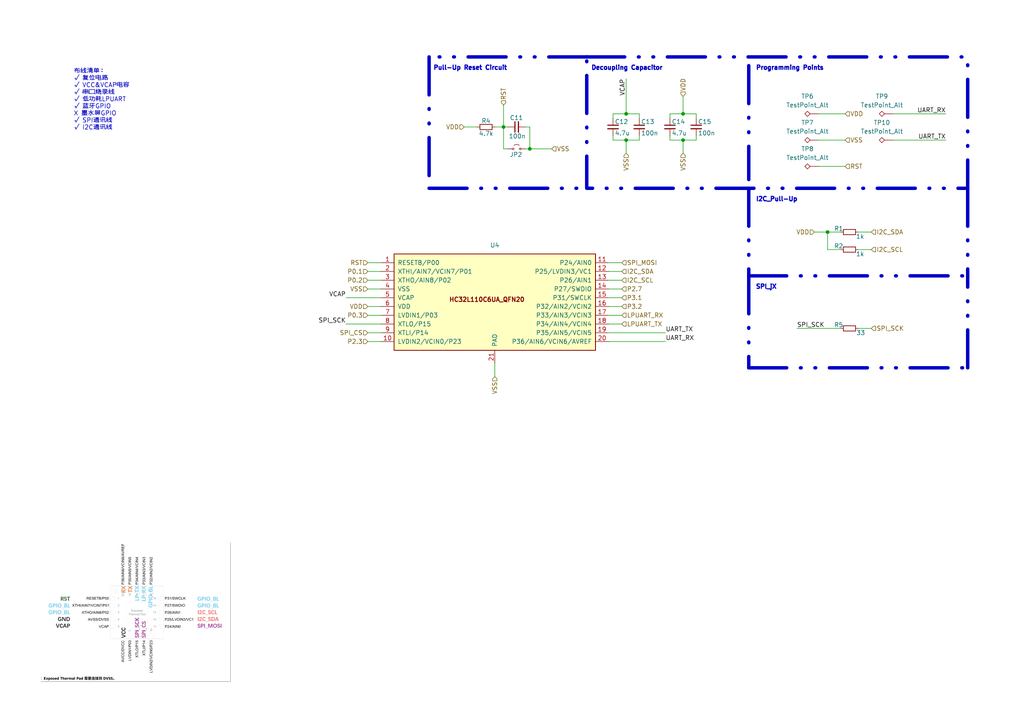
<source format=kicad_sch>
(kicad_sch (version 20231120) (generator "eeschema") (generator_version "8.0")
  (paper "A4")
  (lib_symbols
    (symbol "Connector:TestPoint_Alt" (pin_numbers hide) (pin_names (offset 0.762) hide)
      (property "Reference" "TP" (at 0 6.858 0))
      (property "Value" "TestPoint_Alt" (at 0 5.08 0))
      (symbol "TestPoint_Alt_0_1"
        (polyline (pts (xy 0 2.54) (xy -0.762 3.302) (xy 0 4.064) (xy 0.762 3.302) (xy 0 2.54)))
      )
      (symbol "TestPoint_Alt_1_1"
        (pin passive line (at 0 0 90) (length 2.54) (name "1") (number "1"))
      )
    )
    (symbol "Device:C_Small" (pin_numbers hide) (pin_names (offset 0.254) hide)
      (property "Reference" "C" (at 0.254 1.778 0))
      (property "Value" "C_Small" (at 0.254 -2.032 0))
      (symbol "C_Small_0_1"
        (polyline (pts (xy -1.524 -0.508) (xy 1.524 -0.508)) (stroke (width 0.3302)))
        (polyline (pts (xy -1.524 0.508) (xy 1.524 0.508)) (stroke (width 0.3048)))
      )
      (symbol "C_Small_1_1"
        (pin passive line (at 0 2.54 270) (length 2.032) (name "~") (number "1"))
        (pin passive line (at 0 -2.54 90) (length 2.032) (name "~") (number "2"))
      )
    )
    (symbol "Device:R_Small" (pin_numbers hide) (pin_names (offset 0.254) hide)
      (property "Reference" "R" (at 0.762 0.508 0))
      (property "Value" "R_Small" (at 0.762 -1.016 0))
      (symbol "R_Small_0_1"
        (rectangle (start -0.762 1.778) (end 0.762 -1.778) (stroke (width 0.2032)))
      )
      (symbol "R_Small_1_1"
        (pin passive line (at 0 2.54 270) (length 0.762) (name "~") (number "1"))
        (pin passive line (at 0 -2.54 90) (length 0.762) (name "~") (number "2"))
      )
    )
    (symbol "HC32L110C6UA_QFN20:HC32L110C6UA-QFN20" (pin_names (offset 1.0142))
      (property "Reference" "U?" (at 0 7.0357 0))
      (symbol "HC32L110C6UA-QFN20_1_1"
        (rectangle (start -29.21 13.97) (end 29.21 -13.97) (stroke (width 0.254)) (fill (type background)))
        (text "HC32L110C6UA_QFN20" (at -2.286 0.762 0) (effects (font (size 1.27 1.27) (thickness 0.254) (bold yes))))
        (pin input line (at -33.02 11.43 0) (length 3.81) (name "RESETB/P00") (number "1"))
        (pin bidirectional line (at -33.02 -11.43 0) (length 3.81) (name "LVDIN2/VCIN0/P23") (number "10"))
        (pin bidirectional line (at 33.02 11.43 180) (length 3.81) (name "P24/AIN0") (number "11"))
        (pin bidirectional line (at 33.02 8.89 180) (length 3.81) (name "P25/LVDIN3/VC1") (number "12"))
        (pin bidirectional line (at 33.02 6.35 180) (length 3.81) (name "P26/AIN1") (number "13"))
        (pin bidirectional line (at 33.02 3.81 180) (length 3.81) (name "P27/SWDIO") (number "14"))
        (pin input line (at 33.02 1.27 180) (length 3.81) (name "P31/SWCLK") (number "15"))
        (pin bidirectional line (at 33.02 -1.27 180) (length 3.81) (name "P32/AIN2/VCIN2") (number "16"))
        (pin bidirectional line (at 33.02 -3.81 180) (length 3.81) (name "P33/AIN3/VCIN3") (number "17"))
        (pin bidirectional line (at 33.02 -6.35 180) (length 3.81) (name "P34/AIN4/VCIN4") (number "18"))
        (pin bidirectional line (at 33.02 -8.89 180) (length 3.81) (name "P35/AIN5/VCIN5") (number "19"))
        (pin bidirectional line (at -33.02 8.89 0) (length 3.81) (name "XTHI/AIN7/VCIN7/P01") (number "2"))
        (pin bidirectional line (at 33.02 -11.43 180) (length 3.81) (name "P36/AIN6/VCIN6/AVREF") (number "20"))
        (pin power_in line (at 0 -17.78 90) (length 3.81) (name "PAD") (number "21"))
        (pin bidirectional line (at -33.02 6.35 0) (length 3.81) (name "XTHO/AIN8/P02") (number "3"))
        (pin power_in line (at -33.02 3.81 0) (length 3.81) (name "VSS") (number "4"))
        (pin passive line (at -33.02 1.27 0) (length 3.81) (name "VCAP") (number "5"))
        (pin power_in line (at -33.02 -1.27 0) (length 3.81) (name "VDD") (number "6"))
        (pin bidirectional line (at -33.02 -3.81 0) (length 3.81) (name "LVDIN1/P03") (number "7"))
        (pin bidirectional line (at -33.02 -6.35 0) (length 3.81) (name "XTLO/P15") (number "8"))
        (pin bidirectional line (at -33.02 -8.89 0) (length 3.81) (name "XTLI/P14") (number "9"))
      )
    )
    (symbol "Jumper:Jumper_2_Small_Open" (pin_numbers hide) (pin_names (offset 0) hide) (exclude_from_sim yes)
      (property "Reference" "JP" (at 0 2.794 0))
      (property "Value" "Jumper_2_Small_Open" (at 0 -2.286 0))
      (symbol "Jumper_2_Small_Open_0_0"
        (circle (center -1.016 0) (radius 0.254))
        (circle (center 1.016 0) (radius 0.254))
      )
      (symbol "Jumper_2_Small_Open_0_1"
        (arc (start 0.762 1.0196) (mid 0 1.2729) (end -0.762 1.0196))
      )
      (symbol "Jumper_2_Small_Open_1_1"
        (pin passive line (at -2.54 0 0) (length 1.27) (name "A") (number "1"))
        (pin passive line (at 2.54 0 180) (length 1.27) (name "B") (number "2"))
      )
    )
  )
  (junction (at 146.05 36.83))
  (junction (at 181.61 33.02))
  (junction (at 198.12 40.64))
  (junction (at 198.12 33.02))
  (junction (at 240.03 67.31))
  (junction (at 153.67 43.18))
  (junction (at 181.61 40.64))
  (polyline (pts (xy 170.18 16.51) (xy 124.46 16.51)) (stroke (width 1) (type dash_dot_dot)))
  (wire (pts (xy 185.42 33.02) (xy 185.42 34.29)))
  (wire (pts (xy 176.53 99.06) (xy 193.04 99.06)))
  (polyline (pts (xy 217.17 80.01) (xy 280.67 80.01)) (stroke (width 1) (type dash_dot_dot)))
  (wire (pts (xy 201.93 40.64) (xy 201.93 39.37)))
  (wire (pts (xy 152.4 43.18) (xy 153.67 43.18)))
  (wire (pts (xy 181.61 40.64) (xy 177.8 40.64)))
  (wire (pts (xy 181.61 44.45) (xy 181.61 40.64)))
  (wire (pts (xy 185.42 40.64) (xy 185.42 39.37)))
  (wire (pts (xy 153.67 43.18) (xy 153.67 36.83)))
  (wire (pts (xy 152.4 36.83) (xy 153.67 36.83)))
  (wire (pts (xy 194.31 40.64) (xy 198.12 40.64)))
  (wire (pts (xy 176.53 86.36) (xy 180.34 86.36)))
  (wire (pts (xy 181.61 22.86) (xy 181.61 33.02)))
  (wire (pts (xy 176.53 78.74) (xy 180.34 78.74)))
  (wire (pts (xy 259.08 40.64) (xy 274.32 40.64)))
  (wire (pts (xy 106.68 81.28) (xy 110.49 81.28)))
  (wire (pts (xy 198.12 33.02) (xy 201.93 33.02)))
  (polyline (pts (xy 280.67 106.68) (xy 280.67 80.01)) (stroke (width 1) (type dash_dot_dot)))
  (wire (pts (xy 177.8 33.02) (xy 181.61 33.02)))
  (wire (pts (xy 106.68 99.06) (xy 110.49 99.06)))
  (wire (pts (xy 259.08 33.02) (xy 274.32 33.02)))
  (wire (pts (xy 106.68 91.44) (xy 110.49 91.44)))
  (wire (pts (xy 176.53 91.44) (xy 180.34 91.44)))
  (wire (pts (xy 194.31 39.37) (xy 194.31 40.64)))
  (wire (pts (xy 146.05 43.18) (xy 146.05 36.83)))
  (wire (pts (xy 231.14 95.25) (xy 243.84 95.25)))
  (wire (pts (xy 106.68 83.82) (xy 110.49 83.82)))
  (wire (pts (xy 146.05 43.18) (xy 147.32 43.18)))
  (wire (pts (xy 248.92 72.39) (xy 252.73 72.39)))
  (wire (pts (xy 176.53 76.2) (xy 180.34 76.2)))
  (polyline (pts (xy 124.46 54.61) (xy 170.18 54.61)) (stroke (width 1) (type dash_dot_dot)))
  (wire (pts (xy 106.68 76.2) (xy 110.49 76.2)))
  (polyline (pts (xy 124.46 16.51) (xy 124.46 54.61)) (stroke (width 1) (type dash_dot_dot)))
  (wire (pts (xy 181.61 40.64) (xy 185.42 40.64)))
  (polyline (pts (xy 217.17 106.68) (xy 280.67 106.68)) (stroke (width 1) (type dash_dot_dot)))
  (polyline (pts (xy 217.17 80.01) (xy 217.17 106.68)) (stroke (width 1) (type dash_dot_dot)))
  (wire (pts (xy 240.03 67.31) (xy 240.03 72.39)))
  (wire (pts (xy 176.53 93.98) (xy 180.34 93.98)))
  (wire (pts (xy 237.49 33.02) (xy 245.11 33.02)))
  (wire (pts (xy 240.03 67.31) (xy 243.84 67.31)))
  (wire (pts (xy 198.12 44.45) (xy 198.12 40.64)))
  (wire (pts (xy 240.03 72.39) (xy 243.84 72.39)))
  (wire (pts (xy 146.05 36.83) (xy 147.32 36.83)))
  (wire (pts (xy 176.53 83.82) (xy 180.34 83.82)))
  (wire (pts (xy 198.12 33.02) (xy 194.31 33.02)))
  (wire (pts (xy 143.51 36.83) (xy 146.05 36.83)))
  (wire (pts (xy 177.8 34.29) (xy 177.8 33.02)))
  (wire (pts (xy 181.61 33.02) (xy 185.42 33.02)))
  (wire (pts (xy 248.92 67.31) (xy 252.73 67.31)))
  (wire (pts (xy 153.67 43.18) (xy 160.02 43.18)))
  (wire (pts (xy 237.49 40.64) (xy 245.11 40.64)))
  (wire (pts (xy 146.05 36.83) (xy 146.05 30.48)))
  (wire (pts (xy 252.73 95.25) (xy 248.92 95.25)))
  (wire (pts (xy 194.31 33.02) (xy 194.31 34.29)))
  (wire (pts (xy 198.12 27.94) (xy 198.12 33.02)))
  (polyline (pts (xy 217.17 54.61) (xy 217.17 80.01)) (stroke (width 1) (type dash_dot_dot)))
  (wire (pts (xy 236.22 67.31) (xy 240.03 67.31)))
  (wire (pts (xy 143.51 105.41) (xy 143.51 109.22)))
  (wire (pts (xy 177.8 39.37) (xy 177.8 40.64)))
  (wire (pts (xy 176.53 88.9) (xy 180.34 88.9)))
  (wire (pts (xy 201.93 33.02) (xy 201.93 34.29)))
  (wire (pts (xy 100.33 93.98) (xy 110.49 93.98)))
  (wire (pts (xy 134.62 36.83) (xy 138.43 36.83)))
  (wire (pts (xy 100.33 86.36) (xy 110.49 86.36)))
  (wire (pts (xy 176.53 81.28) (xy 180.34 81.28)))
  (wire (pts (xy 237.49 48.26) (xy 245.11 48.26)))
  (wire (pts (xy 106.68 96.52) (xy 110.49 96.52)))
  (wire (pts (xy 198.12 40.64) (xy 201.93 40.64)))
  (wire (pts (xy 176.53 96.52) (xy 193.04 96.52)))
  (wire (pts (xy 106.68 88.9) (xy 110.49 88.9)))
  (polyline (pts (xy 280.67 54.61) (xy 280.67 80.01)) (stroke (width 1) (type dash_dot_dot)))
  (polyline (pts (xy 217.17 19.05) (xy 217.17 52.07)) (stroke (width 1) (type dash_dot_dot)))
  (wire (pts (xy 106.68 78.74) (xy 110.49 78.74)))
  (rectangle (start 170.18 16.51) (end 280.67 54.61) (stroke (width 1) (type dash_dot_dot)))
  (image (at 39.37 177.8) (scale 0.308111))
  (text "Pull-Up Reset Circuit" (at 136.398 19.812 0) (effects (font (size 1.27 1.27) (thickness 0.508) (bold yes))))
  (text "SPI_jX" (at 222.25 83.312 0) (effects (font (size 1.27 1.27) (thickness 0.508) (bold yes))))
  (text "布线清单：\n√ 复位电路\n√ VCC&VCAP电容\n√ 串口烧录线\n√ 低功耗LPUART\n√ 蓝牙GPIO\nX 墨水屏GPIO\n√ SPI通讯线\n√ I2C通讯线" (at 21.336 28.956 0) (effects (font (size 1.27 1.27)) (justify left)))
  (text "Decoupling Capacitor" (at 181.864 19.812 0) (effects (font (size 1.27 1.27) (thickness 0.508) (bold yes))))
  (text "Programming Points" (at 229.108 19.812 0) (effects (font (size 1.27 1.27) (thickness 0.508) (bold yes))))
  (text "I2C_Pull-Up" (at 225.298 57.912 0) (effects (font (size 1.27 1.27) (thickness 0.508) (bold yes))))
  (label "UART_TX" (at 274.32 40.64 180))
  (label "UART_RX" (at 274.32 33.02 180))
  (label "SPI_SCK" (at 100.33 93.98 180))
  (label "UART_RX" (at 193.04 99.06 0))
  (label "VCAP" (at 100.33 86.36 180))
  (label "SPI_SCK" (at 231.14 95.25 0))
  (label "VCAP" (at 181.61 22.86 270))
  (label "UART_TX" (at 193.04 96.52 0))
  (hierarchical_label "VSS" (shape input) (at 181.61 44.45 270))
  (hierarchical_label "VDD" (shape input) (at 198.12 27.94 90))
  (hierarchical_label "P2.7" (shape input) (at 180.34 83.82 0))
  (hierarchical_label "LPUART_TX" (shape input) (at 180.34 93.98 0))
  (hierarchical_label "SPI_SCK" (shape input) (at 252.73 95.25 0))
  (hierarchical_label "VDD" (shape input) (at 106.68 88.9 180))
  (hierarchical_label "RST" (shape input) (at 106.68 76.2 180))
  (hierarchical_label "SPI_CS" (shape input) (at 106.68 96.52 180))
  (hierarchical_label "VDD" (shape input) (at 236.22 67.31 180))
  (hierarchical_label "VSS" (shape input) (at 143.51 109.22 270))
  (hierarchical_label "I2C_SDA" (shape input) (at 252.73 67.31 0))
  (hierarchical_label "RST" (shape input) (at 146.05 30.48 90))
  (hierarchical_label "I2C_SCL" (shape input) (at 180.34 81.28 0))
  (hierarchical_label "VSS" (shape input) (at 198.12 44.45 270))
  (hierarchical_label "RST" (shape input) (at 245.11 48.26 0))
  (hierarchical_label "VDD" (shape input) (at 245.11 33.02 0))
  (hierarchical_label "LPUART_RX" (shape input) (at 180.34 91.44 0))
  (hierarchical_label "VSS" (shape input) (at 160.02 43.18 0))
  (hierarchical_label "P2.3" (shape input) (at 106.68 99.06 180))
  (hierarchical_label "SPI_MOSI" (shape input) (at 180.34 76.2 0))
  (hierarchical_label "P3.1" (shape input) (at 180.34 86.36 0))
  (hierarchical_label "VSS" (shape input) (at 106.68 83.82 180))
  (hierarchical_label "VSS" (shape input) (at 245.11 40.64 0))
  (hierarchical_label "I2C_SCL" (shape input) (at 252.73 72.39 0))
  (hierarchical_label "I2C_SDA" (shape input) (at 180.34 78.74 0))
  (hierarchical_label "P0.1" (shape input) (at 106.68 78.74 180))
  (hierarchical_label "P3.2" (shape input) (at 180.34 88.9 0))
  (hierarchical_label "P0.2" (shape input) (at 106.68 81.28 180))
  (hierarchical_label "VDD" (shape input) (at 134.62 36.83 180))
  (hierarchical_label "P0.3" (shape input) (at 106.68 91.44 180))
  (symbol (lib_id "Connector:TestPoint_Alt") (at 259.08 40.64 90) (unit 1)
    (property "Reference" "TP10" (at 255.778 35.56 90))
    (property "Value" "TestPoint_Alt" (at 255.778 38.1 90))
    (property "Footprint" "Library:TestPoint_D1.2+0.5mm" (effects (hide yes)))
    (property "Description" "test point (alternative shape)" (effects (hide yes)))
    (property "Manufacturer" "NA" (effects (hide yes)))
    (property "Type" "NA" (effects (hide yes)))
  )
  (symbol (lib_id "Device:C_Small") (at 194.31 36.83 0) (unit 1)
    (property "Reference" "C14" (at 194.818 35.306 0) (effects (justify left)))
    (property "Value" "4.7u" (at 194.818 38.608 0) (effects (justify left)))
    (property "Footprint" "PCM_Capacitor_SMD_AKL:C_0603_1608Metric_Pad1.05x0.95mm_HandSolder" (effects (hide yes)))
    (property "Description" "Unpolarized capacitor, small symbol" (effects (hide yes)))
    (property "规格" "0603" (effects (hide yes)))
    (property "Type" "V475M0603X5R6R3NDT" (effects (hide yes)))
    (property "Manufacturer" "VIIYONG" (effects (hide yes)))
  )
  (symbol (lib_id "Connector:TestPoint_Alt") (at 237.49 48.26 90) (unit 1)
    (property "Reference" "TP8" (at 234.188 43.18 90))
    (property "Value" "TestPoint_Alt" (at 234.188 45.72 90))
    (property "Footprint" "Library:TestPoint_D1.2+0.5mm" (effects (hide yes)))
    (property "Description" "test point (alternative shape)" (effects (hide yes)))
    (property "Manufacturer" "NA" (effects (hide yes)))
    (property "Type" "NA" (effects (hide yes)))
  )
  (symbol (lib_id "Device:C_Small") (at 177.8 36.83 0) (unit 1)
    (property "Reference" "C12" (at 178.308 35.306 0) (effects (justify left)))
    (property "Value" "4.7u" (at 178.308 38.608 0) (effects (justify left)))
    (property "Footprint" "PCM_Capacitor_SMD_AKL:C_0603_1608Metric_Pad1.05x0.95mm_HandSolder" (effects (hide yes)))
    (property "Description" "Unpolarized capacitor, small symbol" (effects (hide yes)))
    (property "规格" "0603" (effects (hide yes)))
    (property "Type" "V475M0603X5R6R3NDT" (effects (hide yes)))
    (property "Manufacturer" "VIIYONG" (effects (hide yes)))
  )
  (symbol (lib_id "Device:C_Small") (at 201.93 36.83 0) (unit 1)
    (property "Reference" "C15" (at 202.438 35.306 0) (effects (justify left)))
    (property "Value" "100n" (at 202.438 38.608 0) (effects (justify left)))
    (property "Footprint" "PCM_Capacitor_SMD_AKL:C_0402_1005Metric_Pad0.74x0.62mm_HandSolder" (effects (hide yes)))
    (property "Description" "Unpolarized capacitor, small symbol" (effects (hide yes)))
    (property "规格" "0402" (effects (hide yes)))
    (property "Type" "V104K0402X7R160NBT" (effects (hide yes)))
    (property "Manufacturer" "VIIYONG" (effects (hide yes)))
  )
  (symbol (lib_id "Jumper:Jumper_2_Small_Open") (at 149.86 43.18 0) (unit 1) (exclude_from_sim yes)
    (property "Reference" "JP2" (at 151.511 44.831 0) (effects (justify right)))
    (property "Value" "Jumper" (effects (hide yes)))
    (property "Footprint" "Jumper:SolderJumper-2_P1.3mm_Open_TrianglePad1.0x1.5mm" (effects (hide yes)))
    (property "Description" "Jumper, 2-pole, small symbol, open" (effects (hide yes)))
    (property "Type" "NA" (effects (hide yes)))
    (property "Manufacturer" "NA" (effects (hide yes)))
  )
  (symbol (lib_id "Device:C_Small") (at 149.86 36.83 90) (unit 1)
    (property "Reference" "C11" (at 151.765 34.163 90) (effects (justify left)))
    (property "Value" "100n" (at 152.527 39.497 90) (effects (justify left)))
    (property "Footprint" "PCM_Capacitor_SMD_AKL:C_0402_1005Metric_Pad0.74x0.62mm_HandSolder" (effects (hide yes)))
    (property "Description" "Unpolarized capacitor, small symbol" (effects (hide yes)))
    (property "规格" "0603" (effects (hide yes)))
    (property "Type" "V104K0402X7R160NBT" (effects (hide yes)))
    (property "Manufacturer" "VIIYONG" (effects (hide yes)))
  )
  (symbol (lib_id "Device:C_Small") (at 185.42 36.83 0) (unit 1)
    (property "Reference" "C13" (at 185.928 35.306 0) (effects (justify left)))
    (property "Value" "100n" (at 185.928 38.608 0) (effects (justify left)))
    (property "Footprint" "PCM_Capacitor_SMD_AKL:C_0402_1005Metric_Pad0.74x0.62mm_HandSolder" (effects (hide yes)))
    (property "Description" "Unpolarized capacitor, small symbol" (effects (hide yes)))
    (property "规格" "0402" (effects (hide yes)))
    (property "Type" "V104K0402X7R160NBT" (effects (hide yes)))
    (property "Manufacturer" "VIIYONG" (effects (hide yes)))
  )
  (symbol (lib_id "Device:R_Small") (at 246.38 72.39 90) (unit 1)
    (property "Reference" "R2" (at 244.602 71.374 90) (effects (justify left)))
    (property "Value" "1k" (at 250.698 73.66 90) (effects (justify left)))
    (property "Footprint" "PCM_Resistor_SMD_AKL:R_0402_1005Metric_Pad0.72x0.64mm_HandSolder" (effects (hide yes)))
    (property "Description" "Resistor, small symbol" (effects (hide yes)))
    (property "Type" "RC-02W1001FT" (effects (hide yes)))
    (property "Manufacturer" "FH" (effects (hide yes)))
  )
  (symbol (lib_id "Connector:TestPoint_Alt") (at 237.49 40.64 90) (unit 1)
    (property "Reference" "TP7" (at 234.188 35.56 90))
    (property "Value" "TestPoint_Alt" (at 234.188 38.1 90))
    (property "Footprint" "Library:TestPoint_D1.2+0.5mm" (effects (hide yes)))
    (property "Description" "test point (alternative shape)" (effects (hide yes)))
    (property "Manufacturer" "NA" (effects (hide yes)))
    (property "Type" "NA" (effects (hide yes)))
  )
  (symbol (lib_id "Connector:TestPoint_Alt") (at 237.49 33.02 90) (unit 1)
    (property "Reference" "TP6" (at 234.188 27.94 90))
    (property "Value" "TestPoint_Alt" (at 234.188 30.48 90))
    (property "Footprint" "Library:TestPoint_D1.2+0.5mm" (effects (hide yes)))
    (property "Description" "test point (alternative shape)" (effects (hide yes)))
    (property "Manufacturer" "NA" (effects (hide yes)))
    (property "Type" "NA" (effects (hide yes)))
  )
  (symbol (lib_id "Device:R_Small") (at 140.97 36.83 90) (unit 1)
    (property "Reference" "R4" (at 140.97 35.052 90))
    (property "Value" "4.7k" (at 143.129 38.735 90) (effects (justify left)))
    (property "Footprint" "PCM_Resistor_SMD_AKL:R_0402_1005Metric_Pad0.72x0.64mm_HandSolder" (effects (hide yes)))
    (property "Description" "Resistor, small symbol" (effects (hide yes)))
    (property "Type" "RC-02W4701FT" (effects (hide yes)))
    (property "Manufacturer" "FH" (effects (hide yes)))
  )
  (symbol (lib_id "HC32L110C6UA_QFN20:HC32L110C6UA-QFN20") (at 143.51 87.63 0) (unit 1)
    (property "Reference" "U4" (at 143.51 71.12 0))
    (property "Footprint" "PCM_Package_DFN_QFN_AKL:QFN-20-1EP_3x3mm_P0.4mm_EP1.65x1.65mm_ThermalVias" (effects (hide yes)))
    (property "Description" "32-bit ARM ® Cortex ®- M0+microcontroller QFN20_3X3MM_EP" (effects (hide yes)))
    (property "Mpn" "HC32L110C6UA-SFN20TR" (effects (hide yes)))
    (property "Manufacturer" "XHSC" (effects (hide yes)))
    (property "Frequency (Max)" "32 MHz" (effects (hide yes)))
    (property "Height" "0.85 mm" (effects (hide yes)))
    (property "Interface" "I²C,UART,SPI" (effects (hide yes)))
    (property "Lead Free" "Yes" (effects (hide yes)))
    (property "Memory Size" "4 kB" (effects (hide yes)))
    (property "Mount" "表面贴装" (effects (hide yes)))
    (property "Number of GPIO" "16 defualt" (effects (hide yes)))
    (property "Number of I2C Channels" "1 defualt" (effects (hide yes)))
    (property "Number of UART Channels" "3 defualt" (effects (hide yes)))
    (property "Operating Temperature" "85 °C" (effects (hide yes)))
    (property "Operating Temperature (Max)" "85 °C" (effects (hide yes)))
    (property "Operating Temperature (Min)" "-40 °C" (effects (hide yes)))
    (property "Pins" "20 defualt" (effects (hide yes)))
    (property "RAM Size" "4 kB" (effects (hide yes)))
    (property "Series" "HC32L110" (effects (hide yes)))
    (property "Supply Voltage" "-0.3 V" (effects (hide yes)))
    (property "Watchdog Timer" "有" (effects (hide yes)))
    (property "Type" "HC32L110C6UA" (effects (hide yes)))
  )
  (symbol (lib_id "Connector:TestPoint_Alt") (at 259.08 33.02 90) (unit 1)
    (property "Reference" "TP9" (at 255.778 27.94 90))
    (property "Value" "TestPoint_Alt" (at 255.778 30.48 90))
    (property "Footprint" "Library:TestPoint_D1.2+0.5mm" (effects (hide yes)))
    (property "Description" "test point (alternative shape)" (effects (hide yes)))
    (property "Manufacturer" "NA" (effects (hide yes)))
    (property "Type" "NA" (effects (hide yes)))
  )
  (symbol (lib_id "Device:R_Small") (at 246.38 67.31 90) (unit 1)
    (property "Reference" "R1" (at 244.602 66.294 90) (effects (justify left)))
    (property "Value" "1k" (at 250.698 68.58 90) (effects (justify left)))
    (property "Footprint" "PCM_Resistor_SMD_AKL:R_0402_1005Metric_Pad0.72x0.64mm_HandSolder" (effects (hide yes)))
    (property "Description" "Resistor, small symbol" (effects (hide yes)))
    (property "Type" "RC-02W1001FT" (effects (hide yes)))
    (property "Manufacturer" "FH" (effects (hide yes)))
  )
  (symbol (lib_id "Device:R_Small") (at 246.38 95.25 90) (unit 1)
    (property "Reference" "R5" (at 244.602 94.234 90) (effects (justify left)))
    (property "Value" "33" (at 250.952 96.52 90) (effects (justify left)))
    (property "Footprint" "PCM_Resistor_SMD_AKL:R_0402_1005Metric_Pad0.72x0.64mm_HandSolder" (effects (hide yes)))
    (property "Description" "Resistor, small symbol" (effects (hide yes)))
    (property "Type" "RC-02W33R0FT" (effects (hide yes)))
    (property "Manufacturer" "FH" (effects (hide yes)))
  )
)
</source>
